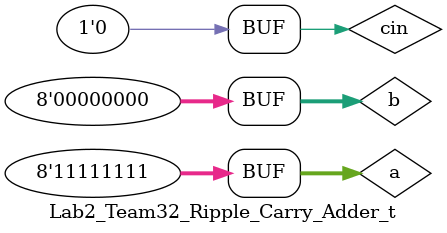
<source format=v>
`timescale 1ns/1ps

module Lab2_Team32_Ripple_Carry_Adder_t;
reg [7:0] a = 8'b0;
reg [7:0] b = 8'b0;
reg cin = 1'b0;
wire [7:0] sum;
wire cout;

Ripple_Carry_Adder rca(
    .a (a),
    .b (b),
    .cin (cin),
    .cout (cout),
    .sum (sum)
);

// uncommment and add "+access+r" to your nverilog command to dump fsdb waveform on NTHUCAD
// initial begin
//      $fsdbDumpfile("Adders.fsdb");
//      $fsdbDumpvars;
// end

initial begin
  repeat (2 ** 4) begin
    #1 a = a + 8'b1;
    #1 cin = cin + 1'b1;
  end
  #1 {a, b} = 16'b0;
  repeat (2 ** 4) begin
    #1 b = b + 8'b1;
    #1 cin = cin + 1'b1;
  end
  
  #1 {b, a} = 16'hfa00;
  repeat (2 ** 4) begin
    #1 a = a + 8'b1;
    #1 cin = cin + 1'b1;
  end
  #1 {a, b} = 16'hfa00;
  repeat (2 ** 4) begin
    #1 b = b + 8'b1;
    #1 cin = cin + 1'b1;
  end
  
   #1 {b, a} = 16'hfffa;
  repeat (2 ** 3) begin
    #1 a = a + 8'b1;
    #1 cin = cin + 1'b1;
  end
  #1 {a, b} = 16'hfffa;
  repeat (2 ** 3) begin
    #1 b = b + 8'b1;
    #1 cin = cin + 1'b1;
  end
  
end  
endmodule

</source>
